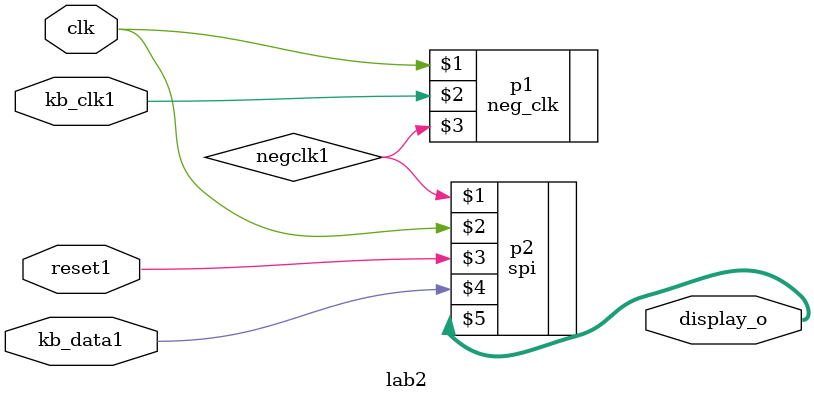
<source format=v>
	`timescale 1ns / 1ps


module lab2(
     input clk,
     input reset1,
    input kb_clk1,
    input kb_data1,
    output [7:0] display_o 
    );
       wire negclk1; 
  neg_clk p1   (clk,kb_clk1, negclk1);   
  spi  p2  (negclk1,clk,reset1,kb_data1,display_o);
       
        



 
endmodule


     


</source>
